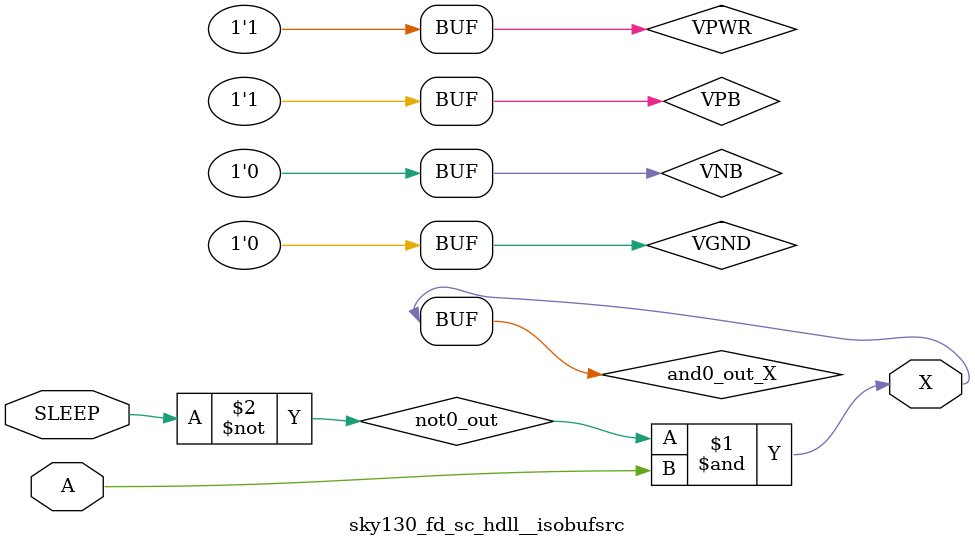
<source format=v>
/*
 * Copyright 2020 The SkyWater PDK Authors
 *
 * Licensed under the Apache License, Version 2.0 (the "License");
 * you may not use this file except in compliance with the License.
 * You may obtain a copy of the License at
 *
 *     https://www.apache.org/licenses/LICENSE-2.0
 *
 * Unless required by applicable law or agreed to in writing, software
 * distributed under the License is distributed on an "AS IS" BASIS,
 * WITHOUT WARRANTIES OR CONDITIONS OF ANY KIND, either express or implied.
 * See the License for the specific language governing permissions and
 * limitations under the License.
 *
 * SPDX-License-Identifier: Apache-2.0
*/


`ifndef SKY130_FD_SC_HDLL__ISOBUFSRC_TIMING_V
`define SKY130_FD_SC_HDLL__ISOBUFSRC_TIMING_V

/**
 * isobufsrc: Input isolation, noninverted sleep.
 *
 *            X = (!A | SLEEP)
 *
 * Verilog simulation timing model.
 */

`timescale 1ns / 1ps
`default_nettype none

`celldefine
module sky130_fd_sc_hdll__isobufsrc (
    X    ,
    SLEEP,
    A
);

    // Module ports
    output X    ;
    input  SLEEP;
    input  A    ;

    // Module supplies
    supply1 VPWR;
    supply0 VGND;
    supply1 VPB ;
    supply0 VNB ;

    // Local signals
    wire not0_out  ;
    wire and0_out_X;

    //  Name  Output      Other arguments
    not not0 (not0_out  , SLEEP          );
    and and0 (and0_out_X, not0_out, A    );
    buf buf0 (X         , and0_out_X     );

endmodule
`endcelldefine

`default_nettype wire
`endif  // SKY130_FD_SC_HDLL__ISOBUFSRC_TIMING_V

</source>
